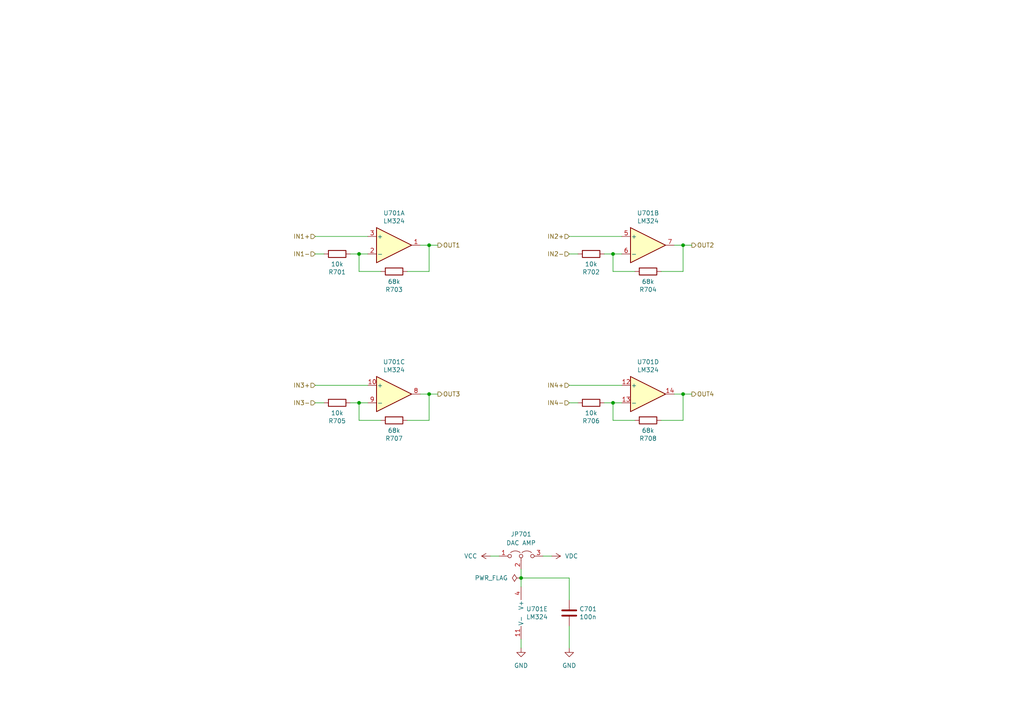
<source format=kicad_sch>
(kicad_sch (version 20211123) (generator eeschema)

  (uuid 56d2bc5d-fd72-4542-ab0f-053a5fd60efa)

  (paper "A4")

  (lib_symbols
    (symbol "Amplifier_Operational:LM324" (pin_names (offset 0.127)) (in_bom yes) (on_board yes)
      (property "Reference" "U" (id 0) (at 0 5.08 0)
        (effects (font (size 1.27 1.27)) (justify left))
      )
      (property "Value" "LM324" (id 1) (at 0 -5.08 0)
        (effects (font (size 1.27 1.27)) (justify left))
      )
      (property "Footprint" "" (id 2) (at -1.27 2.54 0)
        (effects (font (size 1.27 1.27)) hide)
      )
      (property "Datasheet" "http://www.ti.com/lit/ds/symlink/lm2902-n.pdf" (id 3) (at 1.27 5.08 0)
        (effects (font (size 1.27 1.27)) hide)
      )
      (property "ki_locked" "" (id 4) (at 0 0 0)
        (effects (font (size 1.27 1.27)))
      )
      (property "ki_keywords" "quad opamp" (id 5) (at 0 0 0)
        (effects (font (size 1.27 1.27)) hide)
      )
      (property "ki_description" "Low-Power, Quad-Operational Amplifiers, DIP-14/SOIC-14/SSOP-14" (id 6) (at 0 0 0)
        (effects (font (size 1.27 1.27)) hide)
      )
      (property "ki_fp_filters" "SOIC*3.9x8.7mm*P1.27mm* DIP*W7.62mm* TSSOP*4.4x5mm*P0.65mm* SSOP*5.3x6.2mm*P0.65mm* MSOP*3x3mm*P0.5mm*" (id 7) (at 0 0 0)
        (effects (font (size 1.27 1.27)) hide)
      )
      (symbol "LM324_1_1"
        (polyline
          (pts
            (xy -5.08 5.08)
            (xy 5.08 0)
            (xy -5.08 -5.08)
            (xy -5.08 5.08)
          )
          (stroke (width 0.254) (type default) (color 0 0 0 0))
          (fill (type background))
        )
        (pin output line (at 7.62 0 180) (length 2.54)
          (name "~" (effects (font (size 1.27 1.27))))
          (number "1" (effects (font (size 1.27 1.27))))
        )
        (pin input line (at -7.62 -2.54 0) (length 2.54)
          (name "-" (effects (font (size 1.27 1.27))))
          (number "2" (effects (font (size 1.27 1.27))))
        )
        (pin input line (at -7.62 2.54 0) (length 2.54)
          (name "+" (effects (font (size 1.27 1.27))))
          (number "3" (effects (font (size 1.27 1.27))))
        )
      )
      (symbol "LM324_2_1"
        (polyline
          (pts
            (xy -5.08 5.08)
            (xy 5.08 0)
            (xy -5.08 -5.08)
            (xy -5.08 5.08)
          )
          (stroke (width 0.254) (type default) (color 0 0 0 0))
          (fill (type background))
        )
        (pin input line (at -7.62 2.54 0) (length 2.54)
          (name "+" (effects (font (size 1.27 1.27))))
          (number "5" (effects (font (size 1.27 1.27))))
        )
        (pin input line (at -7.62 -2.54 0) (length 2.54)
          (name "-" (effects (font (size 1.27 1.27))))
          (number "6" (effects (font (size 1.27 1.27))))
        )
        (pin output line (at 7.62 0 180) (length 2.54)
          (name "~" (effects (font (size 1.27 1.27))))
          (number "7" (effects (font (size 1.27 1.27))))
        )
      )
      (symbol "LM324_3_1"
        (polyline
          (pts
            (xy -5.08 5.08)
            (xy 5.08 0)
            (xy -5.08 -5.08)
            (xy -5.08 5.08)
          )
          (stroke (width 0.254) (type default) (color 0 0 0 0))
          (fill (type background))
        )
        (pin input line (at -7.62 2.54 0) (length 2.54)
          (name "+" (effects (font (size 1.27 1.27))))
          (number "10" (effects (font (size 1.27 1.27))))
        )
        (pin output line (at 7.62 0 180) (length 2.54)
          (name "~" (effects (font (size 1.27 1.27))))
          (number "8" (effects (font (size 1.27 1.27))))
        )
        (pin input line (at -7.62 -2.54 0) (length 2.54)
          (name "-" (effects (font (size 1.27 1.27))))
          (number "9" (effects (font (size 1.27 1.27))))
        )
      )
      (symbol "LM324_4_1"
        (polyline
          (pts
            (xy -5.08 5.08)
            (xy 5.08 0)
            (xy -5.08 -5.08)
            (xy -5.08 5.08)
          )
          (stroke (width 0.254) (type default) (color 0 0 0 0))
          (fill (type background))
        )
        (pin input line (at -7.62 2.54 0) (length 2.54)
          (name "+" (effects (font (size 1.27 1.27))))
          (number "12" (effects (font (size 1.27 1.27))))
        )
        (pin input line (at -7.62 -2.54 0) (length 2.54)
          (name "-" (effects (font (size 1.27 1.27))))
          (number "13" (effects (font (size 1.27 1.27))))
        )
        (pin output line (at 7.62 0 180) (length 2.54)
          (name "~" (effects (font (size 1.27 1.27))))
          (number "14" (effects (font (size 1.27 1.27))))
        )
      )
      (symbol "LM324_5_1"
        (pin power_in line (at -2.54 -7.62 90) (length 3.81)
          (name "V-" (effects (font (size 1.27 1.27))))
          (number "11" (effects (font (size 1.27 1.27))))
        )
        (pin power_in line (at -2.54 7.62 270) (length 3.81)
          (name "V+" (effects (font (size 1.27 1.27))))
          (number "4" (effects (font (size 1.27 1.27))))
        )
      )
    )
    (symbol "Device:C" (pin_numbers hide) (pin_names (offset 0.254)) (in_bom yes) (on_board yes)
      (property "Reference" "C" (id 0) (at 0.635 2.54 0)
        (effects (font (size 1.27 1.27)) (justify left))
      )
      (property "Value" "C" (id 1) (at 0.635 -2.54 0)
        (effects (font (size 1.27 1.27)) (justify left))
      )
      (property "Footprint" "" (id 2) (at 0.9652 -3.81 0)
        (effects (font (size 1.27 1.27)) hide)
      )
      (property "Datasheet" "~" (id 3) (at 0 0 0)
        (effects (font (size 1.27 1.27)) hide)
      )
      (property "ki_keywords" "cap capacitor" (id 4) (at 0 0 0)
        (effects (font (size 1.27 1.27)) hide)
      )
      (property "ki_description" "Unpolarized capacitor" (id 5) (at 0 0 0)
        (effects (font (size 1.27 1.27)) hide)
      )
      (property "ki_fp_filters" "C_*" (id 6) (at 0 0 0)
        (effects (font (size 1.27 1.27)) hide)
      )
      (symbol "C_0_1"
        (polyline
          (pts
            (xy -2.032 -0.762)
            (xy 2.032 -0.762)
          )
          (stroke (width 0.508) (type default) (color 0 0 0 0))
          (fill (type none))
        )
        (polyline
          (pts
            (xy -2.032 0.762)
            (xy 2.032 0.762)
          )
          (stroke (width 0.508) (type default) (color 0 0 0 0))
          (fill (type none))
        )
      )
      (symbol "C_1_1"
        (pin passive line (at 0 3.81 270) (length 2.794)
          (name "~" (effects (font (size 1.27 1.27))))
          (number "1" (effects (font (size 1.27 1.27))))
        )
        (pin passive line (at 0 -3.81 90) (length 2.794)
          (name "~" (effects (font (size 1.27 1.27))))
          (number "2" (effects (font (size 1.27 1.27))))
        )
      )
    )
    (symbol "Device:R" (pin_numbers hide) (pin_names (offset 0)) (in_bom yes) (on_board yes)
      (property "Reference" "R" (id 0) (at 2.032 0 90)
        (effects (font (size 1.27 1.27)))
      )
      (property "Value" "R" (id 1) (at 0 0 90)
        (effects (font (size 1.27 1.27)))
      )
      (property "Footprint" "" (id 2) (at -1.778 0 90)
        (effects (font (size 1.27 1.27)) hide)
      )
      (property "Datasheet" "~" (id 3) (at 0 0 0)
        (effects (font (size 1.27 1.27)) hide)
      )
      (property "ki_keywords" "R res resistor" (id 4) (at 0 0 0)
        (effects (font (size 1.27 1.27)) hide)
      )
      (property "ki_description" "Resistor" (id 5) (at 0 0 0)
        (effects (font (size 1.27 1.27)) hide)
      )
      (property "ki_fp_filters" "R_*" (id 6) (at 0 0 0)
        (effects (font (size 1.27 1.27)) hide)
      )
      (symbol "R_0_1"
        (rectangle (start -1.016 -2.54) (end 1.016 2.54)
          (stroke (width 0.254) (type default) (color 0 0 0 0))
          (fill (type none))
        )
      )
      (symbol "R_1_1"
        (pin passive line (at 0 3.81 270) (length 1.27)
          (name "~" (effects (font (size 1.27 1.27))))
          (number "1" (effects (font (size 1.27 1.27))))
        )
        (pin passive line (at 0 -3.81 90) (length 1.27)
          (name "~" (effects (font (size 1.27 1.27))))
          (number "2" (effects (font (size 1.27 1.27))))
        )
      )
    )
    (symbol "Jumper:Jumper_3_Open" (pin_names (offset 0) hide) (in_bom yes) (on_board yes)
      (property "Reference" "JP" (id 0) (at -2.54 -2.54 0)
        (effects (font (size 1.27 1.27)))
      )
      (property "Value" "Jumper_3_Open" (id 1) (at 0 2.794 0)
        (effects (font (size 1.27 1.27)))
      )
      (property "Footprint" "" (id 2) (at 0 0 0)
        (effects (font (size 1.27 1.27)) hide)
      )
      (property "Datasheet" "~" (id 3) (at 0 0 0)
        (effects (font (size 1.27 1.27)) hide)
      )
      (property "ki_keywords" "Jumper SPDT" (id 4) (at 0 0 0)
        (effects (font (size 1.27 1.27)) hide)
      )
      (property "ki_description" "Jumper, 3-pole, both open" (id 5) (at 0 0 0)
        (effects (font (size 1.27 1.27)) hide)
      )
      (property "ki_fp_filters" "Jumper* TestPoint*3Pads* TestPoint*Bridge*" (id 6) (at 0 0 0)
        (effects (font (size 1.27 1.27)) hide)
      )
      (symbol "Jumper_3_Open_0_0"
        (circle (center -3.302 0) (radius 0.508)
          (stroke (width 0) (type default) (color 0 0 0 0))
          (fill (type none))
        )
        (circle (center 0 0) (radius 0.508)
          (stroke (width 0) (type default) (color 0 0 0 0))
          (fill (type none))
        )
        (circle (center 3.302 0) (radius 0.508)
          (stroke (width 0) (type default) (color 0 0 0 0))
          (fill (type none))
        )
      )
      (symbol "Jumper_3_Open_0_1"
        (arc (start -0.254 1.016) (mid -1.651 1.4992) (end -3.048 1.016)
          (stroke (width 0) (type default) (color 0 0 0 0))
          (fill (type none))
        )
        (polyline
          (pts
            (xy 0 -0.508)
            (xy 0 -1.27)
          )
          (stroke (width 0) (type default) (color 0 0 0 0))
          (fill (type none))
        )
        (arc (start 3.048 1.016) (mid 1.651 1.4992) (end 0.254 1.016)
          (stroke (width 0) (type default) (color 0 0 0 0))
          (fill (type none))
        )
      )
      (symbol "Jumper_3_Open_1_1"
        (pin passive line (at -6.35 0 0) (length 2.54)
          (name "A" (effects (font (size 1.27 1.27))))
          (number "1" (effects (font (size 1.27 1.27))))
        )
        (pin passive line (at 0 -3.81 90) (length 2.54)
          (name "C" (effects (font (size 1.27 1.27))))
          (number "2" (effects (font (size 1.27 1.27))))
        )
        (pin passive line (at 6.35 0 180) (length 2.54)
          (name "B" (effects (font (size 1.27 1.27))))
          (number "3" (effects (font (size 1.27 1.27))))
        )
      )
    )
    (symbol "power:GND" (power) (pin_names (offset 0)) (in_bom yes) (on_board yes)
      (property "Reference" "#PWR" (id 0) (at 0 -6.35 0)
        (effects (font (size 1.27 1.27)) hide)
      )
      (property "Value" "GND" (id 1) (at 0 -3.81 0)
        (effects (font (size 1.27 1.27)))
      )
      (property "Footprint" "" (id 2) (at 0 0 0)
        (effects (font (size 1.27 1.27)) hide)
      )
      (property "Datasheet" "" (id 3) (at 0 0 0)
        (effects (font (size 1.27 1.27)) hide)
      )
      (property "ki_keywords" "power-flag" (id 4) (at 0 0 0)
        (effects (font (size 1.27 1.27)) hide)
      )
      (property "ki_description" "Power symbol creates a global label with name \"GND\" , ground" (id 5) (at 0 0 0)
        (effects (font (size 1.27 1.27)) hide)
      )
      (symbol "GND_0_1"
        (polyline
          (pts
            (xy 0 0)
            (xy 0 -1.27)
            (xy 1.27 -1.27)
            (xy 0 -2.54)
            (xy -1.27 -1.27)
            (xy 0 -1.27)
          )
          (stroke (width 0) (type default) (color 0 0 0 0))
          (fill (type none))
        )
      )
      (symbol "GND_1_1"
        (pin power_in line (at 0 0 270) (length 0) hide
          (name "GND" (effects (font (size 1.27 1.27))))
          (number "1" (effects (font (size 1.27 1.27))))
        )
      )
    )
    (symbol "power:PWR_FLAG" (power) (pin_numbers hide) (pin_names (offset 0) hide) (in_bom yes) (on_board yes)
      (property "Reference" "#FLG" (id 0) (at 0 1.905 0)
        (effects (font (size 1.27 1.27)) hide)
      )
      (property "Value" "PWR_FLAG" (id 1) (at 0 3.81 0)
        (effects (font (size 1.27 1.27)))
      )
      (property "Footprint" "" (id 2) (at 0 0 0)
        (effects (font (size 1.27 1.27)) hide)
      )
      (property "Datasheet" "~" (id 3) (at 0 0 0)
        (effects (font (size 1.27 1.27)) hide)
      )
      (property "ki_keywords" "power-flag" (id 4) (at 0 0 0)
        (effects (font (size 1.27 1.27)) hide)
      )
      (property "ki_description" "Special symbol for telling ERC where power comes from" (id 5) (at 0 0 0)
        (effects (font (size 1.27 1.27)) hide)
      )
      (symbol "PWR_FLAG_0_0"
        (pin power_out line (at 0 0 90) (length 0)
          (name "pwr" (effects (font (size 1.27 1.27))))
          (number "1" (effects (font (size 1.27 1.27))))
        )
      )
      (symbol "PWR_FLAG_0_1"
        (polyline
          (pts
            (xy 0 0)
            (xy 0 1.27)
            (xy -1.016 1.905)
            (xy 0 2.54)
            (xy 1.016 1.905)
            (xy 0 1.27)
          )
          (stroke (width 0) (type default) (color 0 0 0 0))
          (fill (type none))
        )
      )
    )
    (symbol "power:VCC" (power) (pin_names (offset 0)) (in_bom yes) (on_board yes)
      (property "Reference" "#PWR" (id 0) (at 0 -3.81 0)
        (effects (font (size 1.27 1.27)) hide)
      )
      (property "Value" "VCC" (id 1) (at 0 3.81 0)
        (effects (font (size 1.27 1.27)))
      )
      (property "Footprint" "" (id 2) (at 0 0 0)
        (effects (font (size 1.27 1.27)) hide)
      )
      (property "Datasheet" "" (id 3) (at 0 0 0)
        (effects (font (size 1.27 1.27)) hide)
      )
      (property "ki_keywords" "power-flag" (id 4) (at 0 0 0)
        (effects (font (size 1.27 1.27)) hide)
      )
      (property "ki_description" "Power symbol creates a global label with name \"VCC\"" (id 5) (at 0 0 0)
        (effects (font (size 1.27 1.27)) hide)
      )
      (symbol "VCC_0_1"
        (polyline
          (pts
            (xy -0.762 1.27)
            (xy 0 2.54)
          )
          (stroke (width 0) (type default) (color 0 0 0 0))
          (fill (type none))
        )
        (polyline
          (pts
            (xy 0 0)
            (xy 0 2.54)
          )
          (stroke (width 0) (type default) (color 0 0 0 0))
          (fill (type none))
        )
        (polyline
          (pts
            (xy 0 2.54)
            (xy 0.762 1.27)
          )
          (stroke (width 0) (type default) (color 0 0 0 0))
          (fill (type none))
        )
      )
      (symbol "VCC_1_1"
        (pin power_in line (at 0 0 90) (length 0) hide
          (name "VCC" (effects (font (size 1.27 1.27))))
          (number "1" (effects (font (size 1.27 1.27))))
        )
      )
    )
    (symbol "power:VDC" (power) (pin_names (offset 0)) (in_bom yes) (on_board yes)
      (property "Reference" "#PWR" (id 0) (at 0 -2.54 0)
        (effects (font (size 1.27 1.27)) hide)
      )
      (property "Value" "VDC" (id 1) (at 0 6.35 0)
        (effects (font (size 1.27 1.27)))
      )
      (property "Footprint" "" (id 2) (at 0 0 0)
        (effects (font (size 1.27 1.27)) hide)
      )
      (property "Datasheet" "" (id 3) (at 0 0 0)
        (effects (font (size 1.27 1.27)) hide)
      )
      (property "ki_keywords" "power-flag" (id 4) (at 0 0 0)
        (effects (font (size 1.27 1.27)) hide)
      )
      (property "ki_description" "Power symbol creates a global label with name \"VDC\"" (id 5) (at 0 0 0)
        (effects (font (size 1.27 1.27)) hide)
      )
      (symbol "VDC_0_1"
        (polyline
          (pts
            (xy -0.762 1.27)
            (xy 0 2.54)
          )
          (stroke (width 0) (type default) (color 0 0 0 0))
          (fill (type none))
        )
        (polyline
          (pts
            (xy 0 0)
            (xy 0 2.54)
          )
          (stroke (width 0) (type default) (color 0 0 0 0))
          (fill (type none))
        )
        (polyline
          (pts
            (xy 0 2.54)
            (xy 0.762 1.27)
          )
          (stroke (width 0) (type default) (color 0 0 0 0))
          (fill (type none))
        )
      )
      (symbol "VDC_1_1"
        (pin power_in line (at 0 0 90) (length 0) hide
          (name "VDC" (effects (font (size 1.27 1.27))))
          (number "1" (effects (font (size 1.27 1.27))))
        )
      )
    )
  )

  (junction (at 198.12 114.3) (diameter 0) (color 0 0 0 0)
    (uuid 22c28634-55a5-4f76-9217-6b70ddd108b8)
  )
  (junction (at 104.14 73.66) (diameter 0) (color 0 0 0 0)
    (uuid 3e87b259-dfc1-4885-8dcf-7e7ae39674ed)
  )
  (junction (at 124.46 71.12) (diameter 0) (color 0 0 0 0)
    (uuid 72366acb-6c86-4134-89df-01ed6e4dc8e0)
  )
  (junction (at 177.8 73.66) (diameter 0) (color 0 0 0 0)
    (uuid 8e697b96-cf4c-43ef-b321-8c2422b088bf)
  )
  (junction (at 177.8 116.84) (diameter 0) (color 0 0 0 0)
    (uuid aae6bc05-6036-4fc6-8be7-c70daf5c8932)
  )
  (junction (at 124.46 114.3) (diameter 0) (color 0 0 0 0)
    (uuid be5a7017-fe9d-43ea-9a6a-8fe8deb78420)
  )
  (junction (at 151.13 167.64) (diameter 0) (color 0 0 0 0)
    (uuid d039087b-5072-4401-957c-49ec4bd73158)
  )
  (junction (at 104.14 116.84) (diameter 0) (color 0 0 0 0)
    (uuid efd7a1e0-5bed-4583-a94e-5ccec9e4eb74)
  )
  (junction (at 198.12 71.12) (diameter 0) (color 0 0 0 0)
    (uuid f67bbef3-6f59-49ba-8890-d1f9dc9f9ad6)
  )

  (wire (pts (xy 180.34 116.84) (xy 177.8 116.84))
    (stroke (width 0) (type default) (color 0 0 0 0))
    (uuid 044de712-d3da-40ed-9c9f-d91ef285c74c)
  )
  (wire (pts (xy 165.1 68.58) (xy 180.34 68.58))
    (stroke (width 0) (type default) (color 0 0 0 0))
    (uuid 082aed28-f9e8-49e7-96ee-b5aa9f0319c7)
  )
  (wire (pts (xy 198.12 78.74) (xy 198.12 71.12))
    (stroke (width 0) (type default) (color 0 0 0 0))
    (uuid 10b20c6b-8045-46d1-a965-0d7dd9a1b5fa)
  )
  (wire (pts (xy 184.15 78.74) (xy 177.8 78.74))
    (stroke (width 0) (type default) (color 0 0 0 0))
    (uuid 165f4d8d-26a9-4cf2-a8d6-9936cd983be4)
  )
  (wire (pts (xy 124.46 114.3) (xy 121.92 114.3))
    (stroke (width 0) (type default) (color 0 0 0 0))
    (uuid 17cf1c88-8d51-4538-aa76-e35ac22d0ed0)
  )
  (wire (pts (xy 165.1 173.99) (xy 165.1 167.64))
    (stroke (width 0) (type default) (color 0 0 0 0))
    (uuid 20cdee13-c29f-4267-8d74-ee1c18d5c9f2)
  )
  (wire (pts (xy 177.8 116.84) (xy 175.26 116.84))
    (stroke (width 0) (type default) (color 0 0 0 0))
    (uuid 234e1024-0b7f-410c-90bb-bae43af1eb25)
  )
  (wire (pts (xy 118.11 78.74) (xy 124.46 78.74))
    (stroke (width 0) (type default) (color 0 0 0 0))
    (uuid 31bfc3e7-147b-4531-a0c5-e3a305c1647d)
  )
  (wire (pts (xy 198.12 121.92) (xy 198.12 114.3))
    (stroke (width 0) (type default) (color 0 0 0 0))
    (uuid 3335d379-08d8-4469-9fa1-495ed5a43fba)
  )
  (wire (pts (xy 104.14 78.74) (xy 104.14 73.66))
    (stroke (width 0) (type default) (color 0 0 0 0))
    (uuid 363189af-2faa-46a4-b025-5a779d801f2e)
  )
  (wire (pts (xy 93.98 73.66) (xy 91.44 73.66))
    (stroke (width 0) (type default) (color 0 0 0 0))
    (uuid 37657eee-b379-4145-b65d-79c82b53e49e)
  )
  (wire (pts (xy 91.44 68.58) (xy 106.68 68.58))
    (stroke (width 0) (type default) (color 0 0 0 0))
    (uuid 386faf3f-2adf-472a-84bf-bd511edf2429)
  )
  (wire (pts (xy 124.46 121.92) (xy 124.46 114.3))
    (stroke (width 0) (type default) (color 0 0 0 0))
    (uuid 3fa05934-8ad1-40a9-af5c-98ad298eb412)
  )
  (wire (pts (xy 106.68 116.84) (xy 104.14 116.84))
    (stroke (width 0) (type default) (color 0 0 0 0))
    (uuid 44b926bf-8bdd-4191-846d-2dfabab2cecb)
  )
  (wire (pts (xy 151.13 185.42) (xy 151.13 187.96))
    (stroke (width 0) (type default) (color 0 0 0 0))
    (uuid 49fec31e-3712-4229-8142-b191d90a97d0)
  )
  (wire (pts (xy 200.66 114.3) (xy 198.12 114.3))
    (stroke (width 0) (type default) (color 0 0 0 0))
    (uuid 4d2fd49e-2cb2-44d4-8935-68488970d97b)
  )
  (wire (pts (xy 198.12 71.12) (xy 195.58 71.12))
    (stroke (width 0) (type default) (color 0 0 0 0))
    (uuid 59f60168-cced-43c9-aaa5-41a1a8a2f631)
  )
  (wire (pts (xy 151.13 167.64) (xy 151.13 170.18))
    (stroke (width 0) (type default) (color 0 0 0 0))
    (uuid 5dfa2029-8517-42f0-a3db-6c35e825619e)
  )
  (wire (pts (xy 91.44 111.76) (xy 106.68 111.76))
    (stroke (width 0) (type default) (color 0 0 0 0))
    (uuid 5eb16f0d-ef1e-4549-97a1-19cd06ad7236)
  )
  (wire (pts (xy 177.8 73.66) (xy 175.26 73.66))
    (stroke (width 0) (type default) (color 0 0 0 0))
    (uuid 74855e0d-40e4-4940-a544-edae9207b2ea)
  )
  (wire (pts (xy 124.46 71.12) (xy 121.92 71.12))
    (stroke (width 0) (type default) (color 0 0 0 0))
    (uuid 7668b629-abd6-4e14-be84-df90ae487fc6)
  )
  (wire (pts (xy 165.1 167.64) (xy 151.13 167.64))
    (stroke (width 0) (type default) (color 0 0 0 0))
    (uuid 7d9e3797-b6ee-453e-ae2a-ebdccaf33ce8)
  )
  (wire (pts (xy 110.49 78.74) (xy 104.14 78.74))
    (stroke (width 0) (type default) (color 0 0 0 0))
    (uuid 7f064424-06a6-4f5b-87d6-1970ae527766)
  )
  (wire (pts (xy 184.15 121.92) (xy 177.8 121.92))
    (stroke (width 0) (type default) (color 0 0 0 0))
    (uuid 83e349fb-6338-43f9-ad3f-2e7f4b8bb4a9)
  )
  (wire (pts (xy 180.34 73.66) (xy 177.8 73.66))
    (stroke (width 0) (type default) (color 0 0 0 0))
    (uuid 92a23ed4-a5ea-4cea-bc33-0a83191a0d32)
  )
  (wire (pts (xy 177.8 121.92) (xy 177.8 116.84))
    (stroke (width 0) (type default) (color 0 0 0 0))
    (uuid 9640e044-e4b2-4c33-9e1c-1d9894a69337)
  )
  (wire (pts (xy 127 114.3) (xy 124.46 114.3))
    (stroke (width 0) (type default) (color 0 0 0 0))
    (uuid 9cacb6ad-6bbf-4ffe-b0a4-2df24045e046)
  )
  (wire (pts (xy 165.1 181.61) (xy 165.1 187.96))
    (stroke (width 0) (type default) (color 0 0 0 0))
    (uuid 9f969b13-1795-4747-8326-93bdc304ed56)
  )
  (wire (pts (xy 106.68 73.66) (xy 104.14 73.66))
    (stroke (width 0) (type default) (color 0 0 0 0))
    (uuid a2a0f5cc-b5aa-4e3e-8d85-23bdc2f59aec)
  )
  (wire (pts (xy 157.48 161.29) (xy 160.02 161.29))
    (stroke (width 0) (type default) (color 0 0 0 0))
    (uuid ab1f6c5d-66a9-4ab0-9ac4-b6066f8f8461)
  )
  (wire (pts (xy 104.14 121.92) (xy 104.14 116.84))
    (stroke (width 0) (type default) (color 0 0 0 0))
    (uuid b7b00984-6ab1-482e-b4b4-67cac44d44da)
  )
  (wire (pts (xy 104.14 73.66) (xy 101.6 73.66))
    (stroke (width 0) (type default) (color 0 0 0 0))
    (uuid ba116096-3ccc-4cc8-a185-5325439e4e24)
  )
  (wire (pts (xy 93.98 116.84) (xy 91.44 116.84))
    (stroke (width 0) (type default) (color 0 0 0 0))
    (uuid c3a69550-c4fa-45d1-9aba-0bba47699cca)
  )
  (wire (pts (xy 142.24 161.29) (xy 144.78 161.29))
    (stroke (width 0) (type default) (color 0 0 0 0))
    (uuid cb23adf9-a2be-4aef-8987-fca973b81fcf)
  )
  (wire (pts (xy 191.77 78.74) (xy 198.12 78.74))
    (stroke (width 0) (type default) (color 0 0 0 0))
    (uuid d68dca9b-48b3-498b-9b5f-3b3838250f82)
  )
  (wire (pts (xy 127 71.12) (xy 124.46 71.12))
    (stroke (width 0) (type default) (color 0 0 0 0))
    (uuid de552ae9-cde6-4643-8cc7-9de2579dadae)
  )
  (wire (pts (xy 198.12 114.3) (xy 195.58 114.3))
    (stroke (width 0) (type default) (color 0 0 0 0))
    (uuid e0b0947e-ec91-4d8a-8663-5a112b0a8541)
  )
  (wire (pts (xy 110.49 121.92) (xy 104.14 121.92))
    (stroke (width 0) (type default) (color 0 0 0 0))
    (uuid e8274862-c966-456a-98d5-9c42f72963c1)
  )
  (wire (pts (xy 177.8 78.74) (xy 177.8 73.66))
    (stroke (width 0) (type default) (color 0 0 0 0))
    (uuid ef94502b-f22d-4da7-a17f-4100090b03a1)
  )
  (wire (pts (xy 151.13 165.1) (xy 151.13 167.64))
    (stroke (width 0) (type default) (color 0 0 0 0))
    (uuid f0528b90-0e47-4f52-9e64-41bd5150bb91)
  )
  (wire (pts (xy 165.1 111.76) (xy 180.34 111.76))
    (stroke (width 0) (type default) (color 0 0 0 0))
    (uuid f220d6a7-3170-4e04-8de6-2df0c3962fe0)
  )
  (wire (pts (xy 118.11 121.92) (xy 124.46 121.92))
    (stroke (width 0) (type default) (color 0 0 0 0))
    (uuid f5eb7390-4215-4bb5-bc53-f82f663cc9a5)
  )
  (wire (pts (xy 167.64 73.66) (xy 165.1 73.66))
    (stroke (width 0) (type default) (color 0 0 0 0))
    (uuid f6a3288e-9575-42bb-af05-a920d59aded8)
  )
  (wire (pts (xy 104.14 116.84) (xy 101.6 116.84))
    (stroke (width 0) (type default) (color 0 0 0 0))
    (uuid f7070c76-b83b-43a9-a243-491723819616)
  )
  (wire (pts (xy 124.46 78.74) (xy 124.46 71.12))
    (stroke (width 0) (type default) (color 0 0 0 0))
    (uuid f934a442-23d6-4e5b-908f-bb9199ad6f8b)
  )
  (wire (pts (xy 191.77 121.92) (xy 198.12 121.92))
    (stroke (width 0) (type default) (color 0 0 0 0))
    (uuid fcfb3f77-487d-44de-bd4e-948fbeca3220)
  )
  (wire (pts (xy 167.64 116.84) (xy 165.1 116.84))
    (stroke (width 0) (type default) (color 0 0 0 0))
    (uuid fd29cce5-2d5d-4676-956a-df49a3c13d23)
  )
  (wire (pts (xy 200.66 71.12) (xy 198.12 71.12))
    (stroke (width 0) (type default) (color 0 0 0 0))
    (uuid fe6d9604-2924-4f38-950b-a31e8a281973)
  )

  (hierarchical_label "IN3+" (shape input) (at 91.44 111.76 180)
    (effects (font (size 1.27 1.27)) (justify right))
    (uuid 1d0d5161-c82f-4c77-a9ca-15d017db65d3)
  )
  (hierarchical_label "OUT2" (shape output) (at 200.66 71.12 0)
    (effects (font (size 1.27 1.27)) (justify left))
    (uuid 291935ec-f8ff-41f0-8717-e68b8af7b8c1)
  )
  (hierarchical_label "IN2-" (shape input) (at 165.1 73.66 180)
    (effects (font (size 1.27 1.27)) (justify right))
    (uuid 49a65079-57a9-46fc-8711-1d7f2cab8dbf)
  )
  (hierarchical_label "IN3-" (shape input) (at 91.44 116.84 180)
    (effects (font (size 1.27 1.27)) (justify right))
    (uuid 6f1beb86-67e1-46bf-8c2b-6d1e1485d5c0)
  )
  (hierarchical_label "OUT3" (shape output) (at 127 114.3 0)
    (effects (font (size 1.27 1.27)) (justify left))
    (uuid 7ca71fec-e7f1-454f-9196-b80d15925fff)
  )
  (hierarchical_label "IN1+" (shape input) (at 91.44 68.58 180)
    (effects (font (size 1.27 1.27)) (justify right))
    (uuid 82204892-ec79-4d38-a593-52fb9a9b4b87)
  )
  (hierarchical_label "IN2+" (shape input) (at 165.1 68.58 180)
    (effects (font (size 1.27 1.27)) (justify right))
    (uuid 87ba184f-bff5-4989-8217-6af375cc3dd8)
  )
  (hierarchical_label "OUT4" (shape output) (at 200.66 114.3 0)
    (effects (font (size 1.27 1.27)) (justify left))
    (uuid 9e2492fd-e074-42db-8129-fe39460dc1e0)
  )
  (hierarchical_label "IN1-" (shape input) (at 91.44 73.66 180)
    (effects (font (size 1.27 1.27)) (justify right))
    (uuid b8c8c7a1-d546-4878-9de9-463ec76dff98)
  )
  (hierarchical_label "OUT1" (shape output) (at 127 71.12 0)
    (effects (font (size 1.27 1.27)) (justify left))
    (uuid da862bae-4511-4bb9-b18d-fa60a2737feb)
  )
  (hierarchical_label "IN4+" (shape input) (at 165.1 111.76 180)
    (effects (font (size 1.27 1.27)) (justify right))
    (uuid e04b8c10-725b-4bde-8cbf-66bfea5053e6)
  )
  (hierarchical_label "IN4-" (shape input) (at 165.1 116.84 180)
    (effects (font (size 1.27 1.27)) (justify right))
    (uuid f4aae365-6c70-41da-9253-52b239e8f5e6)
  )

  (symbol (lib_id "Device:R") (at 171.45 73.66 90) (unit 1)
    (in_bom yes) (on_board yes)
    (uuid 00000000-0000-0000-0000-00006242a5e9)
    (property "Reference" "R702" (id 0) (at 171.45 78.9178 90))
    (property "Value" "10k" (id 1) (at 171.45 76.6064 90))
    (property "Footprint" "Resistor_SMD:R_0603_1608Metric" (id 2) (at 171.45 75.438 90)
      (effects (font (size 1.27 1.27)) hide)
    )
    (property "Datasheet" "~" (id 3) (at 171.45 73.66 0)
      (effects (font (size 1.27 1.27)) hide)
    )
    (pin "1" (uuid 64a71f0c-9f64-43ab-b202-1a159fc6318f))
    (pin "2" (uuid 4ec0a06a-d06d-48b3-b502-6ad49021a178))
  )

  (symbol (lib_id "Device:C") (at 165.1 177.8 0) (unit 1)
    (in_bom yes) (on_board yes)
    (uuid 00000000-0000-0000-0000-00006244006d)
    (property "Reference" "C701" (id 0) (at 168.021 176.6316 0)
      (effects (font (size 1.27 1.27)) (justify left))
    )
    (property "Value" "100n" (id 1) (at 168.021 178.943 0)
      (effects (font (size 1.27 1.27)) (justify left))
    )
    (property "Footprint" "Capacitor_SMD:C_0603_1608Metric" (id 2) (at 166.0652 181.61 0)
      (effects (font (size 1.27 1.27)) hide)
    )
    (property "Datasheet" "~" (id 3) (at 165.1 177.8 0)
      (effects (font (size 1.27 1.27)) hide)
    )
    (pin "1" (uuid c3b48abf-436f-4952-948a-59a294a5b8c4))
    (pin "2" (uuid 55a4262b-18de-4d27-9e1f-b09baed37779))
  )

  (symbol (lib_id "Device:R") (at 187.96 78.74 90) (unit 1)
    (in_bom yes) (on_board yes)
    (uuid 00000000-0000-0000-0000-00006244219a)
    (property "Reference" "R704" (id 0) (at 187.96 83.9978 90))
    (property "Value" "68k" (id 1) (at 187.96 81.6864 90))
    (property "Footprint" "Resistor_SMD:R_0603_1608Metric" (id 2) (at 187.96 80.518 90)
      (effects (font (size 1.27 1.27)) hide)
    )
    (property "Datasheet" "~" (id 3) (at 187.96 78.74 0)
      (effects (font (size 1.27 1.27)) hide)
    )
    (pin "1" (uuid fce778dc-f952-401e-912f-950ac66e3557))
    (pin "2" (uuid 7ab860d9-7c7b-44ad-82bf-8b661c017db8))
  )

  (symbol (lib_id "Amplifier_Operational:LM324") (at 114.3 71.12 0) (unit 1)
    (in_bom yes) (on_board yes)
    (uuid 00000000-0000-0000-0000-000062478eac)
    (property "Reference" "U701" (id 0) (at 114.3 61.7982 0))
    (property "Value" "LM324" (id 1) (at 114.3 64.1096 0))
    (property "Footprint" "Package_SO:SOIC-14_3.9x8.7mm_P1.27mm" (id 2) (at 113.03 68.58 0)
      (effects (font (size 1.27 1.27)) hide)
    )
    (property "Datasheet" "http://www.ti.com/lit/ds/symlink/lm2902-n.pdf" (id 3) (at 115.57 66.04 0)
      (effects (font (size 1.27 1.27)) hide)
    )
    (pin "1" (uuid fc35777c-0e45-4cb4-b830-c96b85d6add4))
    (pin "2" (uuid 9603b26b-7ba4-408a-a448-e6043b6cabcf))
    (pin "3" (uuid ec889af5-80d5-423b-9a6b-ed724e30516e))
    (pin "5" (uuid e4397e7b-a5af-4ef4-889e-6c20375cd366))
    (pin "6" (uuid a24bcba9-b0f1-40d7-8732-95e93809e1cb))
    (pin "7" (uuid 97c89a6b-ffc0-40a8-b44f-ca7c0a212dcb))
    (pin "10" (uuid 6be41a80-0363-4072-998c-5e1eb038f075))
    (pin "8" (uuid c1f20d50-d50d-4179-ad8a-c68819b4fa0e))
    (pin "9" (uuid b5810b03-23ef-4d72-b29e-976db5fdee37))
    (pin "12" (uuid 0849eea2-0ae2-45c7-b9e3-92f09138da6e))
    (pin "13" (uuid cd0966a5-c61d-4ef1-9bfc-9124d0c52dff))
    (pin "14" (uuid 16dbb8b4-55c6-49d7-80ab-ffc489430f72))
    (pin "11" (uuid 3b6bc2ed-2e0a-4735-a0f5-ee6095283370))
    (pin "4" (uuid 5f660c5f-7885-41cd-bda7-00cdf47d4d92))
  )

  (symbol (lib_id "Amplifier_Operational:LM324") (at 187.96 71.12 0) (unit 2)
    (in_bom yes) (on_board yes)
    (uuid 00000000-0000-0000-0000-00006247a0d2)
    (property "Reference" "U701" (id 0) (at 187.96 61.7982 0))
    (property "Value" "LM324" (id 1) (at 187.96 64.1096 0))
    (property "Footprint" "Package_SO:SOIC-14_3.9x8.7mm_P1.27mm" (id 2) (at 186.69 68.58 0)
      (effects (font (size 1.27 1.27)) hide)
    )
    (property "Datasheet" "http://www.ti.com/lit/ds/symlink/lm2902-n.pdf" (id 3) (at 189.23 66.04 0)
      (effects (font (size 1.27 1.27)) hide)
    )
    (pin "1" (uuid ef6c201e-50ec-479d-a7ae-667ba8a4f657))
    (pin "2" (uuid c2a228d8-5219-4454-b2cb-e31ef256541b))
    (pin "3" (uuid 64b41e22-c373-482d-a59d-f909056e2871))
    (pin "5" (uuid 882b87b8-940b-430d-9170-886beaeb77da))
    (pin "6" (uuid d64a817d-bc0f-4995-9500-3f13b61c6302))
    (pin "7" (uuid 4787ebb5-3f56-411b-929d-e6250a57a430))
    (pin "10" (uuid b8fac297-f489-4415-88c6-1acf90284079))
    (pin "8" (uuid 6dc127e2-d999-4e8f-ad97-b33a1ee37470))
    (pin "9" (uuid 5920636c-8d28-4cf3-b2cb-1d04bdc990fe))
    (pin "12" (uuid ad81bd8f-1a08-45b5-9aae-0d55696ca109))
    (pin "13" (uuid f20d1e51-b74d-4867-b3f8-d98646c0195b))
    (pin "14" (uuid 706b894f-d5e5-4dfc-b10e-0876a2dc40cc))
    (pin "11" (uuid 53cae70c-3581-4d8b-997a-11689b15792c))
    (pin "4" (uuid 2ff0bf99-1426-46ec-8efc-5ab99a8a42d8))
  )

  (symbol (lib_id "Amplifier_Operational:LM324") (at 114.3 114.3 0) (unit 3)
    (in_bom yes) (on_board yes)
    (uuid 00000000-0000-0000-0000-00006247aa5b)
    (property "Reference" "U701" (id 0) (at 114.3 104.9782 0))
    (property "Value" "LM324" (id 1) (at 114.3 107.2896 0))
    (property "Footprint" "Package_SO:SOIC-14_3.9x8.7mm_P1.27mm" (id 2) (at 113.03 111.76 0)
      (effects (font (size 1.27 1.27)) hide)
    )
    (property "Datasheet" "http://www.ti.com/lit/ds/symlink/lm2902-n.pdf" (id 3) (at 115.57 109.22 0)
      (effects (font (size 1.27 1.27)) hide)
    )
    (pin "1" (uuid 64690a7e-4ae3-4a3b-87d0-ee00983eb62b))
    (pin "2" (uuid 800b750c-a739-41c9-892a-b7b25d00c873))
    (pin "3" (uuid aff817a7-87d1-485c-ac1f-21af2822dc8e))
    (pin "5" (uuid 7f45798e-0d3f-4919-97c6-8fa3d19cfcf4))
    (pin "6" (uuid a67d273f-44ca-4bba-a25c-9743db51238e))
    (pin "7" (uuid 79484030-cb2d-43fd-b228-06c78ab3059a))
    (pin "10" (uuid 88ef1a7f-a7ad-4727-af46-fbf247f36ad7))
    (pin "8" (uuid d7b67ce3-afb1-4c3e-a24b-449e76e4d9d0))
    (pin "9" (uuid 706c9501-7250-4451-99f1-73480375f2f0))
    (pin "12" (uuid 9bde3fb7-dccb-4e7c-a375-72d4c53b297d))
    (pin "13" (uuid 18859d7a-1b7e-4888-b447-1e0a65813b23))
    (pin "14" (uuid 18449f0b-a329-4ea9-84b1-ee120d606350))
    (pin "11" (uuid 52393eca-0251-40d4-b257-c7ce35db5689))
    (pin "4" (uuid 9b44a1c7-0757-464b-b2fc-85f5749acb8b))
  )

  (symbol (lib_id "Amplifier_Operational:LM324") (at 187.96 114.3 0) (unit 4)
    (in_bom yes) (on_board yes)
    (uuid 00000000-0000-0000-0000-00006247b28f)
    (property "Reference" "U701" (id 0) (at 187.96 104.9782 0))
    (property "Value" "LM324" (id 1) (at 187.96 107.2896 0))
    (property "Footprint" "Package_SO:SOIC-14_3.9x8.7mm_P1.27mm" (id 2) (at 186.69 111.76 0)
      (effects (font (size 1.27 1.27)) hide)
    )
    (property "Datasheet" "http://www.ti.com/lit/ds/symlink/lm2902-n.pdf" (id 3) (at 189.23 109.22 0)
      (effects (font (size 1.27 1.27)) hide)
    )
    (pin "1" (uuid b9cd6b2b-9028-4bfd-bfec-fbbb3be3c176))
    (pin "2" (uuid 6fbe99e3-77fd-4125-a245-ad98741ccd5e))
    (pin "3" (uuid ecd0a359-29a5-4f10-9bf8-267e743f71c5))
    (pin "5" (uuid 5e52e15e-bfd9-4275-80b6-ac15b8a08fe0))
    (pin "6" (uuid 3c67e72f-5aa2-4b09-9ad3-715dc3a92c11))
    (pin "7" (uuid d36e237f-767e-42e4-a1fc-55ecc2bab7ac))
    (pin "10" (uuid 040d98f2-1ef9-4b3d-af1c-9418fb27134f))
    (pin "8" (uuid 95da0772-ddb7-420f-b009-936eafa40102))
    (pin "9" (uuid f81c0748-421b-4671-aaf0-4bfc4d93ee31))
    (pin "12" (uuid 983d39cc-eef9-496b-b3db-f597a9fd4f5a))
    (pin "13" (uuid 68665e85-8355-4356-8878-61b3d6423eb8))
    (pin "14" (uuid e37bc691-3bf1-4605-bfa2-8c4261a2d3b9))
    (pin "11" (uuid 4e5a58ed-9bdf-458e-aaff-0bd97ee8e9ce))
    (pin "4" (uuid 14c09d93-20aa-41da-a542-f414f6dd3068))
  )

  (symbol (lib_id "Amplifier_Operational:LM324") (at 153.67 177.8 0) (unit 5)
    (in_bom yes) (on_board yes)
    (uuid 00000000-0000-0000-0000-00006247c7e4)
    (property "Reference" "U701" (id 0) (at 152.6032 176.6316 0)
      (effects (font (size 1.27 1.27)) (justify left))
    )
    (property "Value" "LM324" (id 1) (at 152.6032 178.943 0)
      (effects (font (size 1.27 1.27)) (justify left))
    )
    (property "Footprint" "Package_SO:SOIC-14_3.9x8.7mm_P1.27mm" (id 2) (at 152.4 175.26 0)
      (effects (font (size 1.27 1.27)) hide)
    )
    (property "Datasheet" "http://www.ti.com/lit/ds/symlink/lm2902-n.pdf" (id 3) (at 154.94 172.72 0)
      (effects (font (size 1.27 1.27)) hide)
    )
    (pin "1" (uuid 0c3f9919-6479-4700-854a-caf7fdf718b4))
    (pin "2" (uuid af452103-4fb8-4504-a5f2-40e8e1a947fe))
    (pin "3" (uuid 54774cb8-8cd6-48a9-9c11-a30e491892f2))
    (pin "5" (uuid acb083d2-007a-4173-bfde-cfe40d151e27))
    (pin "6" (uuid f2637019-6c84-4749-aa3d-56cdd13eb4c4))
    (pin "7" (uuid 71b75170-2484-4dad-9d87-2a24c240c1ef))
    (pin "10" (uuid cfe5a930-7571-44f3-9f0b-962327a14a46))
    (pin "8" (uuid 1fddec82-38d5-4170-9c48-f563b725142e))
    (pin "9" (uuid aa37900a-fa5a-43c4-b6eb-2b3ceacb35fd))
    (pin "12" (uuid 574da2a4-7c69-4333-a8e5-e581c9ddc471))
    (pin "13" (uuid 5a449e90-e705-4d19-981a-3b9fed002567))
    (pin "14" (uuid 9af95414-3aef-4e69-b371-7ccc1a849afe))
    (pin "11" (uuid 34954c89-0f02-4eaf-9b55-b74173d22930))
    (pin "4" (uuid 94c0955f-72f7-43fb-95c6-8d1bcdfd8adb))
  )

  (symbol (lib_id "Device:R") (at 114.3 78.74 90) (unit 1)
    (in_bom yes) (on_board yes)
    (uuid 00000000-0000-0000-0000-0000624bb636)
    (property "Reference" "R703" (id 0) (at 114.3 83.9978 90))
    (property "Value" "68k" (id 1) (at 114.3 81.6864 90))
    (property "Footprint" "Resistor_SMD:R_0603_1608Metric" (id 2) (at 114.3 80.518 90)
      (effects (font (size 1.27 1.27)) hide)
    )
    (property "Datasheet" "~" (id 3) (at 114.3 78.74 0)
      (effects (font (size 1.27 1.27)) hide)
    )
    (pin "1" (uuid 548be7ff-f269-414a-a6aa-3bdb725138e6))
    (pin "2" (uuid c3cbdd24-ea77-415a-84db-21b782d44558))
  )

  (symbol (lib_id "Device:R") (at 97.79 73.66 90) (unit 1)
    (in_bom yes) (on_board yes)
    (uuid 00000000-0000-0000-0000-0000624bb63f)
    (property "Reference" "R701" (id 0) (at 97.79 78.9178 90))
    (property "Value" "10k" (id 1) (at 97.79 76.6064 90))
    (property "Footprint" "Resistor_SMD:R_0603_1608Metric" (id 2) (at 97.79 75.438 90)
      (effects (font (size 1.27 1.27)) hide)
    )
    (property "Datasheet" "~" (id 3) (at 97.79 73.66 0)
      (effects (font (size 1.27 1.27)) hide)
    )
    (pin "1" (uuid ffe1c1e7-6fe4-43f3-9ed5-3ed84881d310))
    (pin "2" (uuid 6a99a2d4-9439-43ca-91a6-a33a4600a6a5))
  )

  (symbol (lib_id "Device:R") (at 114.3 121.92 90) (unit 1)
    (in_bom yes) (on_board yes)
    (uuid 00000000-0000-0000-0000-0000624c0d7f)
    (property "Reference" "R707" (id 0) (at 114.3 127.1778 90))
    (property "Value" "68k" (id 1) (at 114.3 124.8664 90))
    (property "Footprint" "Resistor_SMD:R_0603_1608Metric" (id 2) (at 114.3 123.698 90)
      (effects (font (size 1.27 1.27)) hide)
    )
    (property "Datasheet" "~" (id 3) (at 114.3 121.92 0)
      (effects (font (size 1.27 1.27)) hide)
    )
    (pin "1" (uuid 93dc2fad-413e-4bf4-ac8d-937940b370ae))
    (pin "2" (uuid 95c63c18-6b6d-445a-ac88-77743536f5e6))
  )

  (symbol (lib_id "Device:R") (at 97.79 116.84 90) (unit 1)
    (in_bom yes) (on_board yes)
    (uuid 00000000-0000-0000-0000-0000624c0d88)
    (property "Reference" "R705" (id 0) (at 97.79 122.0978 90))
    (property "Value" "10k" (id 1) (at 97.79 119.7864 90))
    (property "Footprint" "Resistor_SMD:R_0603_1608Metric" (id 2) (at 97.79 118.618 90)
      (effects (font (size 1.27 1.27)) hide)
    )
    (property "Datasheet" "~" (id 3) (at 97.79 116.84 0)
      (effects (font (size 1.27 1.27)) hide)
    )
    (pin "1" (uuid eb978cc2-8d10-4806-86dd-9b56521bf4c2))
    (pin "2" (uuid 7b8110e5-5082-4ccc-9f44-e45e1cf2191a))
  )

  (symbol (lib_id "Device:R") (at 187.96 121.92 90) (unit 1)
    (in_bom yes) (on_board yes)
    (uuid 00000000-0000-0000-0000-0000624c3296)
    (property "Reference" "R708" (id 0) (at 187.96 127.1778 90))
    (property "Value" "68k" (id 1) (at 187.96 124.8664 90))
    (property "Footprint" "Resistor_SMD:R_0603_1608Metric" (id 2) (at 187.96 123.698 90)
      (effects (font (size 1.27 1.27)) hide)
    )
    (property "Datasheet" "~" (id 3) (at 187.96 121.92 0)
      (effects (font (size 1.27 1.27)) hide)
    )
    (pin "1" (uuid bbf491c8-6d1d-4a49-9803-11c17419b728))
    (pin "2" (uuid 1a3ef727-28d8-443d-8a3e-9639810fbcc9))
  )

  (symbol (lib_id "Device:R") (at 171.45 116.84 90) (unit 1)
    (in_bom yes) (on_board yes)
    (uuid 00000000-0000-0000-0000-0000624c329f)
    (property "Reference" "R706" (id 0) (at 171.45 122.0978 90))
    (property "Value" "10k" (id 1) (at 171.45 119.7864 90))
    (property "Footprint" "Resistor_SMD:R_0603_1608Metric" (id 2) (at 171.45 118.618 90)
      (effects (font (size 1.27 1.27)) hide)
    )
    (property "Datasheet" "~" (id 3) (at 171.45 116.84 0)
      (effects (font (size 1.27 1.27)) hide)
    )
    (pin "1" (uuid 597f4dd6-cf3c-4db0-92ad-02c20bb2f87a))
    (pin "2" (uuid 41a31eec-918d-44a6-a00d-7dd9312b494a))
  )

  (symbol (lib_id "Jumper:Jumper_3_Open") (at 151.13 161.29 0) (unit 1)
    (in_bom yes) (on_board yes) (fields_autoplaced)
    (uuid 7c1bc1ca-2ebd-42a6-95a4-432f161b1f6e)
    (property "Reference" "JP701" (id 0) (at 151.13 154.94 0))
    (property "Value" "DAC AMP" (id 1) (at 151.13 157.48 0))
    (property "Footprint" "Connector_PinHeader_2.54mm:PinHeader_1x03_P2.54mm_Vertical" (id 2) (at 151.13 161.29 0)
      (effects (font (size 1.27 1.27)) hide)
    )
    (property "Datasheet" "~" (id 3) (at 151.13 161.29 0)
      (effects (font (size 1.27 1.27)) hide)
    )
    (pin "1" (uuid e441ef63-d7a0-433a-833d-ab93d0d3706c))
    (pin "2" (uuid 555dbd31-ca3f-47e1-9674-c5e18444ef59))
    (pin "3" (uuid 32a228f2-4414-411e-9149-cf0c931fa455))
  )

  (symbol (lib_id "power:VDC") (at 160.02 161.29 270) (unit 1)
    (in_bom yes) (on_board yes) (fields_autoplaced)
    (uuid 8b8b4480-a94c-489b-8b6b-f9b92e5f0e32)
    (property "Reference" "#PWR0702" (id 0) (at 157.48 161.29 0)
      (effects (font (size 1.27 1.27)) hide)
    )
    (property "Value" "VDC" (id 1) (at 163.83 161.2899 90)
      (effects (font (size 1.27 1.27)) (justify left))
    )
    (property "Footprint" "" (id 2) (at 160.02 161.29 0)
      (effects (font (size 1.27 1.27)) hide)
    )
    (property "Datasheet" "" (id 3) (at 160.02 161.29 0)
      (effects (font (size 1.27 1.27)) hide)
    )
    (pin "1" (uuid 54b1e259-c9cb-47e7-928a-d2e3e461c111))
  )

  (symbol (lib_id "power:GND") (at 151.13 187.96 0) (unit 1)
    (in_bom yes) (on_board yes) (fields_autoplaced)
    (uuid caa2bc78-445f-4923-86ef-c341468edb4b)
    (property "Reference" "#PWR0703" (id 0) (at 151.13 194.31 0)
      (effects (font (size 1.27 1.27)) hide)
    )
    (property "Value" "GND" (id 1) (at 151.13 193.04 0))
    (property "Footprint" "" (id 2) (at 151.13 187.96 0)
      (effects (font (size 1.27 1.27)) hide)
    )
    (property "Datasheet" "" (id 3) (at 151.13 187.96 0)
      (effects (font (size 1.27 1.27)) hide)
    )
    (pin "1" (uuid 03c084cc-9b42-4228-abf9-443bf92c5687))
  )

  (symbol (lib_id "power:PWR_FLAG") (at 151.13 167.64 90) (unit 1)
    (in_bom yes) (on_board yes) (fields_autoplaced)
    (uuid d495af2e-8cdd-4d81-9476-9b5fce74a0c4)
    (property "Reference" "#FLG0701" (id 0) (at 149.225 167.64 0)
      (effects (font (size 1.27 1.27)) hide)
    )
    (property "Value" "PWR_FLAG" (id 1) (at 147.32 167.6399 90)
      (effects (font (size 1.27 1.27)) (justify left))
    )
    (property "Footprint" "" (id 2) (at 151.13 167.64 0)
      (effects (font (size 1.27 1.27)) hide)
    )
    (property "Datasheet" "~" (id 3) (at 151.13 167.64 0)
      (effects (font (size 1.27 1.27)) hide)
    )
    (pin "1" (uuid c97620dd-49ad-45a6-ad25-5067c7148536))
  )

  (symbol (lib_id "power:VCC") (at 142.24 161.29 90) (unit 1)
    (in_bom yes) (on_board yes) (fields_autoplaced)
    (uuid f0204c70-d300-411f-ba91-1ff68dcf4c6e)
    (property "Reference" "#PWR0701" (id 0) (at 146.05 161.29 0)
      (effects (font (size 1.27 1.27)) hide)
    )
    (property "Value" "VCC" (id 1) (at 138.43 161.2899 90)
      (effects (font (size 1.27 1.27)) (justify left))
    )
    (property "Footprint" "" (id 2) (at 142.24 161.29 0)
      (effects (font (size 1.27 1.27)) hide)
    )
    (property "Datasheet" "" (id 3) (at 142.24 161.29 0)
      (effects (font (size 1.27 1.27)) hide)
    )
    (pin "1" (uuid e457bbb7-e71b-4f3f-ab69-9044e6258bda))
  )

  (symbol (lib_id "power:GND") (at 165.1 187.96 0) (unit 1)
    (in_bom yes) (on_board yes) (fields_autoplaced)
    (uuid f8ee3c89-d5f3-4c7a-b9ce-e8dc798d3848)
    (property "Reference" "#PWR0704" (id 0) (at 165.1 194.31 0)
      (effects (font (size 1.27 1.27)) hide)
    )
    (property "Value" "GND" (id 1) (at 165.1 193.04 0))
    (property "Footprint" "" (id 2) (at 165.1 187.96 0)
      (effects (font (size 1.27 1.27)) hide)
    )
    (property "Datasheet" "" (id 3) (at 165.1 187.96 0)
      (effects (font (size 1.27 1.27)) hide)
    )
    (pin "1" (uuid f6b9864c-bd7b-4574-86ef-2930b2c02eb0))
  )
)

</source>
